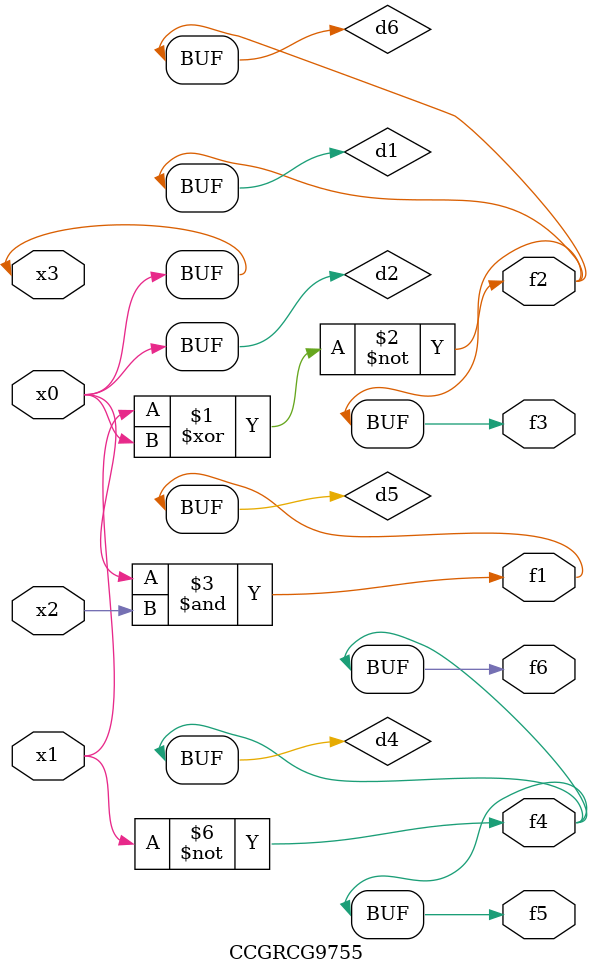
<source format=v>
module CCGRCG9755(
	input x0, x1, x2, x3,
	output f1, f2, f3, f4, f5, f6
);

	wire d1, d2, d3, d4, d5, d6;

	xnor (d1, x1, x3);
	buf (d2, x0, x3);
	nand (d3, x0, x2);
	not (d4, x1);
	nand (d5, d3);
	or (d6, d1);
	assign f1 = d5;
	assign f2 = d6;
	assign f3 = d6;
	assign f4 = d4;
	assign f5 = d4;
	assign f6 = d4;
endmodule

</source>
